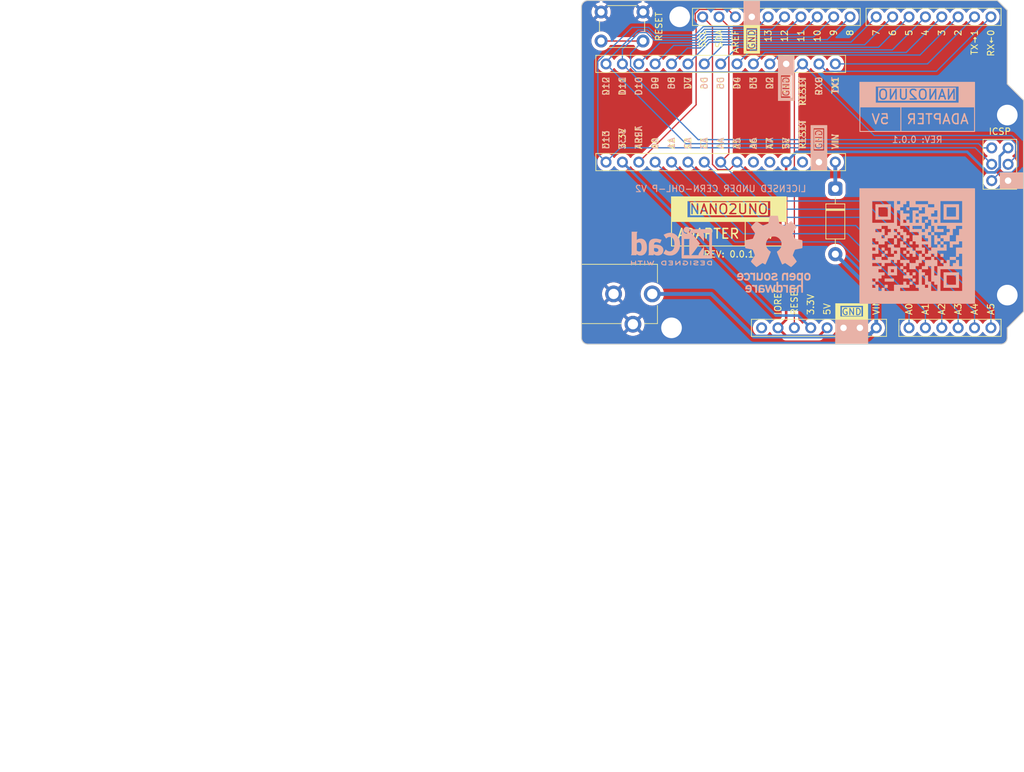
<source format=kicad_pcb>
(kicad_pcb (version 20221018) (generator pcbnew)
  (title_block (title "Nano2UNO Adapter 5V") (date "2023-12-31") (rev "0.0.1") (company "Designer: C. M. Bulliner") (comment 2 "OF MERCHANTABILITY, SATISFACTORY QUALITY AND FITNESS FOR A PARTICULAR PURPOSE.") (comment 3 "This document is distributed WITHOUT ANY EXPRESS OR IMPLIED WARRANTY, INCLUDING") (comment 4 "© 2023 C. M. Bulliner. Released under the CERN-OHL-P v2 license."))
  (layers (0 "F.Cu" signal) (31 "B.Cu" signal) (34 "B.Paste" user) (35 "F.Paste" user) (36 "B.SilkS" user "B.Silkscreen") (37 "F.SilkS" user "F.Silkscreen") (38 "B.Mask" user) (39 "F.Mask" user) (44 "Edge.Cuts" user))
  (net 0 "")
  (net 1 "GND")
  (net 2 "/D1{slash}TX")
  (net 3 "+5V")
  (net 4 "/D0{slash}RX")
  (net 5 "/A0")
  (net 6 "/A1")
  (net 7 "/A2")
  (net 8 "/A3")
  (net 9 "/D2")
  (net 10 "/D3")
  (net 11 "/D4")
  (net 12 "/D5")
  (net 13 "/AREF")
  (net 14 "/D6")
  (net 15 "/D7")
  (net 16 "/D8")
  (net 17 "/D9")
  (net 18 "/D10")
  (net 19 "/D11{slash}COPI")
  (net 20 "/D12{slash}CIPO")
  (net 21 "/D13{slash}SCK")
  (net 22 "/A4{slash}SDA")
  (net 23 "/A5{slash}SCL")
  (net 24 "+3V3")
  (net 25 "/~{RESET}")
  (net 27 "Net-(D1-K)")
  (net 28 "/VIN")
  (footprint "Project_Footprints:PinSocket_1x08_P2.54mm_Vertical_UNO_Power" (layer "F.Cu") (at 133.35 132.08 90)
    (fp_text reference "J3")
    (fp_text value "ESW-108-33-L-S" hide)
  )
  (footprint "Project_Footprints:PinSocket_1x06_P2.54mm_Vertical_UNO_Analog" (layer "F.Cu") (at 156.21 132.08 90)
    (fp_text reference "J4")
    (fp_text value "ESW-106-33-L-S" hide)
  )
  (footprint "Project_Footprints:PinSocket_1x10_P2.54mm_Vertical_UNO_Digital_2" (layer "F.Cu") (at 147.066 83.82 -90)
    (fp_text reference "J2")
    (fp_text value "ESW-110-33-L-S" hide)
  )
  (footprint "Project_Footprints:PinSocket_1x08_P2.54mm_Vertical_UNO_Digital_1" (layer "F.Cu") (at 168.91 83.82 -90)
    (fp_text reference "J1")
    (fp_text value "ESW-108-33-L-S" hide)
  )
  (footprint "Project_Footprints:D_DO-41_SOD81_P10.16mm_Horizontal" (layer "F.Cu") (at 144.78 110.49 -90)
    (fp_text reference "D1")
    (fp_text value "SB260S-E3/54" hide)
  )
  (footprint "Project_Footprints:MountingHole_3.2mm" (layer "F.Cu") (at 120.65 83.82)
    (fp_text reference "MH1" hide)
    (fp_text value "MountingHole_3.2mm" hide)
  )
  (footprint "Project_Footprints:PinHeader_2x03_P2.54mm_Vertical_UNO_ICSP" (layer "F.Cu") (at 169.032 104.155)
    (fp_text reference "J7")
    (fp_text value "TSW-103-15-L-D" hide)
  )
  (footprint "Project_Footprints:BarrelJack_CUI_PJ-102A_Horizontal" (layer "F.Cu") (at 117.094 131.318 -90)
    (fp_text reference "J8")
    (fp_text value "PJ-102A" hide)
  )
  (footprint "Project_Footprints:PinSocket_1x15_P2.54mm_Vertical_Nano_1" (layer "F.Cu") (at 144.78 91.12 -90)
    (fp_text reference "J5")
    (fp_text value "PPPC151LFBN-RC" hide)
  )
  (footprint "Project_Footprints:PinSocket_1x15_P2.54mm_Vertical_Nano_2" (layer "F.Cu") (at 109.22 106.36 90)
    (fp_text reference "J6")
    (fp_text value "PPPC151LFBN-RC" hide)
  )
  (footprint "Project_Footprints:SW_PUSH_6mm_Reset" (layer "F.Cu") (at 111.71 85.32)
    (fp_text reference "SW1")
    (fp_text value "1825910-6" hide)
  )
  (footprint "Project_Footprints:MountingHole_3.2mm" (layer "F.Cu") (at 119.38 132.08)
    (fp_text reference "MH2" hide)
    (fp_text value "MountingHole_3.2mm" hide)
  )
  (footprint "Project_Footprints:MountingHole_3.2mm" (layer "F.Cu") (at 171.45 99.06)
    (fp_text reference "MH3" hide)
    (fp_text value "MountingHole_3.2mm" hide)
  )
  (footprint "Project_Footprints:MountingHole_3.2mm" (layer "F.Cu") (at 171.45 127)
    (fp_text reference "MH4" hide)
    (fp_text value "MountingHole_3.2mm" hide)
  )
  (footprint "Symbol:OSHW-Logo_11.4x12mm_SilkScreen" (layer "B.Cu") (at 135.255 120.65 180)
    (fp_text reference "REF**" hide)
    (fp_text value "OSHW-Logo_11.4x12mm_SilkScreen" hide)
  )
  (footprint "Symbol:KiCad-Logo2_5mm_SilkScreen" (layer "B.Cu") (at 119.38 119.38 180)
    (fp_text reference "REF**" hide)
    (fp_text value "KiCad-Logo2_5mm_SilkScreen" hide)
  )
  (gr_poly (pts (xy 155.317571 120.58135) (xy 155.798112 120.58135) (xy 155.798112 120.100808) (xy 155.317571 120.100808)) (fill solid) (layer "B.SilkS"))
  (gr_poly (pts (xy 154.837031 122.022971) (xy 155.317571 122.022971) (xy 155.317571 122.503511) (xy 155.798112 122.503511) (xy 155.798112 122.022971) (xy 156.278653 122.022971) (xy 156.278652 121.54243) (xy 154.837031 121.54243)) (fill solid) (layer "B.SilkS"))
  (gr_poly (pts (xy 156.278653 119.139728) (xy 156.759193 119.139728) (xy 156.759193 118.659187) (xy 156.278653 118.659187)) (fill solid) (layer "B.SilkS"))
  (gr_poly (pts (xy 151.953789 121.06189) (xy 152.434329 121.06189) (xy 152.434329 120.58135) (xy 151.953789 120.58135)) (fill solid) (layer "B.SilkS"))
  (gr_poly (pts (xy 161.564597 115.295404) (xy 163.967299 115.295404) (xy 163.967299 113.373243) (xy 163.486759 113.373243) (xy 163.486759 114.814864) (xy 162.045138 114.814864) (xy 162.045138 113.373243) (xy 163.486759 113.373243) (xy 163.967299 113.373243) (xy 163.967299 112.892702) (xy 161.564597 112.892702)) (fill solid) (layer "B.SilkS"))
  (gr_poly (pts (xy 155.317571 123.464593) (xy 155.798112 123.464593) (xy 155.798112 122.984052) (xy 155.317571 122.984052)) (fill solid) (layer "B.SilkS"))
  (gr_rect (start 148.59 93.98) (end 166.37 101.6) (stroke (width 0.15)) (fill none) (layer "B.SilkS"))
  (gr_poly (pts (xy 152.91487 123.945131) (xy 154.35649 123.945131) (xy 154.35649 122.984051) (xy 153.87595 122.984051) (xy 153.87595 123.464592) (xy 153.39541 123.464592) (xy 153.39541 122.984051) (xy 153.87595 122.984051) (xy 154.35649 122.984051) (xy 154.35649 122.50351) (xy 152.91487 122.50351)) (fill solid) (layer "B.SilkS"))
  (gr_poly (pts (xy 152.434328 125.867293) (xy 152.91487 125.867293) (xy 152.91487 125.386752) (xy 152.434328 125.386752)) (fill solid) (layer "B.SilkS"))
  (gr_poly (pts (xy 155.798112 123.945132) (xy 155.317571 123.945132) (xy 155.317571 124.425674) (xy 156.759193 124.425674) (xy 156.759193 124.906213) (xy 157.239734 124.906213) (xy 157.239734 124.425672) (xy 156.759193 124.425672) (xy 156.759193 123.945132) (xy 156.278653 123.945132) (xy 156.278653 123.464593) (xy 155.798112 123.464593)) (fill solid) (layer "B.SilkS"))
  (gr_line (start 148.59 97.79) (end 166.37 97.79) (stroke (width 0.15)) (layer "B.SilkS"))
  (gr_poly (pts (xy 158.681355 115.775944) (xy 159.161895 115.775944) (xy 159.161895 115.295404) (xy 158.681355 115.295404)) (fill solid) (layer "B.SilkS"))
  (gr_poly (pts (xy 150.992707 115.295404) (xy 153.39541 115.295404) (xy 153.39541 113.373243) (xy 152.91487 113.373243) (xy 152.91487 114.814864) (xy 151.473248 114.814864) (xy 151.473248 113.373243) (xy 152.91487 113.373243) (xy 153.39541 113.373243) (xy 153.39541 112.892702) (xy 150.992707 112.892702)) (fill solid) (layer "B.SilkS"))
  (gr_poly (pts (xy 161.564597 119.620267) (xy 161.084057 119.620267) (xy 161.084057 119.139728) (xy 160.603517 119.139728) (xy 160.603517 119.620267) (xy 159.642435 119.620267) (xy 159.642435 120.100808) (xy 159.161895 120.100808) (xy 159.161895 120.581349) (xy 158.681355 120.581349) (xy 158.681355 121.061889) (xy 159.642436 121.061889) (xy 159.642436 120.581349) (xy 160.122976 120.581349) (xy 160.122976 121.061889) (xy 160.603517 121.061889) (xy 160.603517 120.100808) (xy 162.045138 120.100808) (xy 162.045138 119.139728) (xy 161.564597 119.139728)) (fill solid) (layer "B.SilkS"))
  (gr_poly (pts (xy 159.642436 117.698107) (xy 160.122976 117.698107) (xy 160.122976 117.217566) (xy 159.642436 117.217566)) (fill solid) (layer "B.SilkS"))
  (gr_poly (pts (xy 161.084057 121.061889) (xy 161.564597 121.061889) (xy 161.564597 120.581349) (xy 161.084057 120.581349)) (fill solid) (layer "B.SilkS"))
  (gr_poly (pts (xy 152.434328 124.906214) (xy 153.875949 124.906214) (xy 153.875949 124.425673) (xy 152.434328 124.425673)) (fill solid) (layer "B.SilkS"))
  (gr_poly (pts (xy 162.525678 121.54243) (xy 163.486759 121.54243) (xy 163.486759 121.061889) (xy 162.525678 121.061889)) (fill solid) (layer "B.SilkS"))
  (gr_poly (pts (xy 155.798112 120.100808) (xy 156.278653 120.100808) (xy 156.278653 120.581349) (xy 156.759193 120.581349) (xy 156.759193 121.061889) (xy 157.239734 121.061889) (xy 157.239734 120.100808) (xy 156.759193 120.100808) (xy 156.759193 119.620267) (xy 155.798112 119.620267)) (fill solid) (layer "B.SilkS"))
  (gr_poly (pts (xy 156.278652 125.386753) (xy 156.759193 125.386753) (xy 156.759193 124.906213) (xy 156.278652 124.906213)) (fill solid) (layer "B.SilkS"))
  (gr_poly (pts (xy 154.356491 118.178647) (xy 154.837032 118.178647) (xy 154.837032 117.698107) (xy 154.356491 117.698107)) (fill solid) (layer "B.SilkS"))
  (gr_poly (pts (xy 156.759193 123.945131) (xy 157.239734 123.945131) (xy 157.239734 123.464591) (xy 156.759193 123.464591)) (fill solid) (layer "B.SilkS"))
  (gr_poly (pts (xy 151.953789 120.100808) (xy 152.434329 120.100808) (xy 152.434329 119.620267) (xy 151.953789 119.620267)) (fill solid) (layer "B.SilkS"))
  (gr_poly (pts (xy 161.084057 122.02297) (xy 161.564597 122.02297) (xy 161.564597 121.54243) (xy 161.084057 121.54243)) (fill solid) (layer "B.SilkS"))
  (gr_poly (pts (xy 152.434329 120.58135) (xy 152.91487 120.58135) (xy 152.91487 120.100808) (xy 152.434329 120.100808)) (fill solid) (layer "B.SilkS"))
  (gr_line (start 154.94 101.6) (end 154.94 97.79) (stroke (width 0.15)) (layer "B.SilkS"))
  (gr_poly (pts (xy 161.564597 125.867294) (xy 163.967299 125.867294) (xy 163.967299 123.945132) (xy 163.486759 123.945132) (xy 163.486759 125.386753) (xy 162.045139 125.386753) (xy 162.045139 123.945132) (xy 163.486759 123.945132) (xy 163.967299 123.945132) (xy 163.967299 123.464592) (xy 161.564597 123.464592)) (fill solid) (layer "B.SilkS"))
  (gr_poly (pts (xy 154.837031 122.984052) (xy 155.317571 122.984052) (xy 155.317571 122.503511) (xy 154.837031 122.503511)) (fill solid) (layer "B.SilkS"))
  (gr_poly (pts (xy 155.798112 121.06189) (xy 156.278653 121.06189) (xy 156.278653 120.58135) (xy 155.798112 120.58135)) (fill solid) (layer "B.SilkS"))
  (gr_poly (pts (xy 153.87595 119.139728) (xy 154.356491 119.139728) (xy 154.356491 118.178647) (xy 153.87595 118.178647)) (fill solid) (layer "B.SilkS"))
  (gr_rect (start 148.590005 110.49) (end 166.37 128.269995) (stroke (width 0.15)) (fill none) (layer "B.SilkS"))
  (gr_poly (pts (xy 148.590005 128.269995) (xy 166.370002 128.269995) (xy 166.370002 126.347834) (xy 164.44784 126.347834) (xy 161.084057 126.347834) (xy 161.084057 122.984051) (xy 164.44784 122.984051) (xy 164.44784 126.347834) (xy 166.370002 126.347834) (xy 166.370002 122.50351) (xy 164.44784 122.50351) (xy 163.967299 122.50351) (xy 163.967299 121.54243) (xy 163.486759 121.54243) (xy 163.486759 122.022971) (xy 163.006219 122.022971) (xy 163.006219 122.50351) (xy 162.525678 122.50351) (xy 162.525678 121.54243) (xy 162.045138 121.54243) (xy 162.045138 122.022971) (xy 161.564597 122.022971) (xy 161.564597 122.50351) (xy 160.603517 122.50351) (xy 160.603517 123.945131) (xy 160.122976 123.945131) (xy 160.122976 122.50351) (xy 160.603517 122.50351) (xy 160.603517 121.54243) (xy 160.122976 121.54243) (xy 160.122976 121.061889) (xy 159.642436 121.061889) (xy 159.642436 121.54243) (xy 158.681355 121.54243) (xy 158.681355 121.06189) (xy 158.200814 121.06189) (xy 158.200814 120.58135) (xy 157.720274 120.581349) (xy 157.720274 121.54243) (xy 157.239734 121.54243) (xy 157.239734 122.022973) (xy 156.278652 122.022973) (xy 156.278652 122.984053) (xy 157.239733 122.984053) (xy 157.239733 122.503512) (xy 157.720274 122.503512) (xy 157.720274 122.022972) (xy 158.200814 122.022972) (xy 158.200814 121.542431) (xy 158.681355 121.542431) (xy 158.681355 122.50351) (xy 158.200814 122.50351) (xy 158.200814 122.98405) (xy 159.161896 122.98405) (xy 159.161896 122.503509) (xy 159.642436 122.503509) (xy 159.642436 124.906212) (xy 160.122976 124.906212) (xy 160.122976 125.386752) (xy 160.603517 125.386752) (xy 160.603517 126.347834) (xy 159.642435 126.347834) (xy 159.642435 125.386753) (xy 159.161895 125.386753) (xy 159.161895 125.867294) (xy 158.681355 125.867294) (xy 158.681355 125.386753) (xy 159.161895 125.386753) (xy 159.642435 125.386753) (xy 159.642435 124.906213) (xy 159.161895 124.906213) (xy 159.161895 123.945132) (xy 158.681355 123.945132) (xy 158.681355 125.386753) (xy 158.200814 125.386753) (xy 158.200814 123.945132) (xy 158.681355 123.945132) (xy 158.681355 123.464592) (xy 158.200814 123.464592) (xy 158.200814 122.984051) (xy 157.720274 122.984051) (xy 157.720274 125.386756) (xy 157.239733 125.386756) (xy 157.239733 125.867296) (xy 157.720274 125.867296) (xy 157.720274 126.347838) (xy 154.837029 126.347838) (xy 154.837029 125.867296) (xy 156.27865 125.867296) (xy 156.27865 125.386756) (xy 155.798109 125.386756) (xy 155.798109 124.906216) (xy 155.317568 124.906216) (xy 155.317568 125.386756) (xy 153.875947 125.386756) (xy 153.875947 126.347837) (xy 152.434326 126.347837) (xy 152.434326 125.867296) (xy 151.953786 125.867296) (xy 151.953786 126.347837) (xy 151.473245 126.347837) (xy 151.473245 125.386756) (xy 150.992705 125.386756) (xy 150.992705 125.867296) (xy 150.512164 125.867296) (xy 150.512164 125.386756) (xy 150.992705 125.386756) (xy 150.992705 124.906216) (xy 151.473245 124.906216) (xy 151.473245 124.425675) (xy 150.992705 124.425675) (xy 150.992705 124.906216) (xy 150.512164 124.906216) (xy 150.512164 124.425675) (xy 150.992705 124.425675) (xy 151.473245 124.425675) (xy 151.953786 124.425675) (xy 151.953786 123.945133) (xy 152.434326 123.945133) (xy 152.434326 123.464594) (xy 151.473245 123.464594) (xy 151.473245 122.984053) (xy 151.953786 122.984053) (xy 151.953786 122.503512) (xy 152.434326 122.503512) (xy 152.434326 122.022972) (xy 151.953786 122.022972) (xy 151.953786 122.503512) (xy 150.512165 122.503512) (xy 150.512165 122.022972) (xy 151.953786 122.022972) (xy 152.434326 122.022972) (xy 153.395408 122.022972) (xy 153.395408 121.542431) (xy 153.875948 121.542431) (xy 153.875948 122.022972) (xy 154.356489 122.022972) (xy 154.356489 121.542431) (xy 154.83703 121.542431) (xy 154.83703 120.100808) (xy 154.356491 120.100808) (xy 154.356491 120.58135) (xy 153.87595 120.58135) (xy 153.87595 120.100808) (xy 154.356491 120.100808) (xy 154.83703 120.100808) (xy 154.83703 119.620268) (xy 153.875949 119.620268) (xy 153.875949 119.139728) (xy 152.91487 119.139728) (xy 152.91487 119.620267) (xy 153.39541 119.620267) (xy 153.39541 120.58135) (xy 153.875949 120.58135) (xy 153.875949 121.06189) (xy 152.91487 121.06189) (xy 152.91487 121.542431) (xy 151.953789 121.542431) (xy 151.953789 121.06189) (xy 150.992707 121.06189) (xy 150.992707 121.542431) (xy 150.512167 121.542431) (xy 150.512167 120.58135) (xy 151.473247 120.58135) (xy 151.473247 119.620267) (xy 150.992708 119.620267) (xy 150.992708 120.100808) (xy 150.512168 120.100808) (xy 150.512168 119.620267) (xy 150.992708 119.620267) (xy 151.473247 119.620267) (xy 151.473247 119.139728) (xy 150.512167 119.139728) (xy 150.512167 118.178647) (xy 150.992707 118.178647) (xy 150.992707 118.659187) (xy 151.473248 118.659187) (xy 151.473248 119.139728) (xy 152.434328 119.139728) (xy 152.434328 118.659187) (xy 152.91487 118.659187) (xy 152.91487 118.178646) (xy 153.87595 118.178646) (xy 153.87595 117.698107) (xy 154.356491 117.698107) (xy 154.356491 117.217566) (xy 154.837031 117.217566) (xy 154.837031 117.698107) (xy 155.317571 117.698107) (xy 155.317571 118.659187) (xy 154.837032 118.659187) (xy 154.837032 119.620267) (xy 155.798112 119.620267) (xy 155.798113 119.139728) (xy 155.317572 119.139728) (xy 155.317572 118.659187) (xy 155.798112 118.659187) (xy 155.798112 118.178646) (xy 156.278653 118.178646) (xy 156.278653 117.698107) (xy 155.798112 117.698107) (xy 155.798112 117.217566) (xy 155.317571 117.217566) (xy 155.317571 116.737025) (xy 154.35649 116.737025) (xy 154.35649 117.217566) (xy 153.875949 117.217566) (xy 153.39541 117.217566) (xy 152.91487 117.217566) (xy 152.91487 117.698107) (xy 152.434329 117.698107) (xy 152.434329 118.178646) (xy 151.953789 118.178646) (xy 151.953789 117.698107) (xy 152.434329 117.698107) (xy 152.434329 116.737025) (xy 151.953789 116.737025) (xy 151.953789 117.217566) (xy 150.992708 117.217566) (xy 150.992708 116.737025) (xy 151.953789 116.737025) (xy 151.953789 116.256485) (xy 152.91487 116.256485) (xy 152.91487 116.737025) (xy 153.39541 116.737025) (xy 153.39541 117.217566) (xy 153.875949 117.217566) (xy 153.875949 116.737025) (xy 154.35649 116.737025) (xy 155.317571 116.737025) (xy 154.837031 116.737025) (xy 154.837031 116.256485) (xy 154.35649 116.256485) (xy 154.35649 115.775944) (xy 153.87595 115.775944) (xy 150.512167 115.775944) (xy 150.512167 112.412161) (xy 153.875949 112.412161) (xy 153.87595 115.775944) (xy 154.35649 115.775944) (xy 154.35649 113.853782) (xy 154.837031 113.853782) (xy 154.837031 113.373243) (xy 155.317571 113.373243) (xy 155.317571 112.892702) (xy 155.798112 112.892702) (xy 155.798112 112.412161) (xy 154.837031 112.412161) (xy 154.837031 112.892702) (xy 154.35649 112.892702) (xy 154.35649 112.412161) (xy 154.837031 112.412161) (xy 155.798112 112.412161) (xy 156.278653 112.412161) (xy 156.278652 113.373243) (xy 155.798112 113.373243) (xy 155.798112 113.853782) (xy 156.278653 113.853782) (xy 156.278653 113.373243) (xy 157.720274 113.373243) (xy 157.720274 113.853782) (xy 158.200814 113.853782) (xy 158.200814 113.373243) (xy 158.681355 113.373243) (xy 158.681355 114.334323) (xy 157.720274 114.334323) (xy 157.720274 114.814864) (xy 157.239734 114.814864) (xy 157.239734 114.334323) (xy 157.720274 114.334323) (xy 157.720274 113.853782) (xy 156.759193 113.853782) (xy 156.759193 115.775944) (xy 156.278653 115.775944) (xy 156.278653 115.295404) (xy 155.798112 115.295404) (xy 155.798112 115.775944) (xy 155.317571 115.775944) (xy 155.317571 115.295404) (xy 155.798112 115.295404) (xy 155.798112 114.814864) (xy 156.278653 114.814864) (xy 156.278653 114.334323) (xy 155.317572 114.334323) (xy 155.317572 113.853782) (xy 154.837032 113.853782) (xy 154.837032 116.256486) (xy 156.278653 116.256486) (xy 156.278653 117.217566) (xy 157.720274 117.217566) (xy 157.720274 117.698107) (xy 156.759193 117.698107) (xy 156.759193 118.659187) (xy 157.239734 118.659187) (xy 157.239734 119.139728) (xy 157.720274 119.139728) (xy 157.720274 119.620267) (xy 157.239734 119.620267) (xy 157.239734 120.100808) (xy 158.200814 120.100808) (xy 158.200814 120.581349) (xy 158.681355 120.581349) (xy 158.681355 119.620267) (xy 158.200814 119.620267) (xy 158.200814 119.139728) (xy 159.161895 119.139728) (xy 159.161895 119.620267) (xy 159.642435 119.620267) (xy 159.642435 118.659187) (xy 159.161895 118.659187) (xy 158.200814 118.659187) (xy 158.200814 117.698107) (xy 158.681355 117.698107) (xy 158.681355 118.178647) (xy 159.161895 118.178647) (xy 159.161895 118.659187) (xy 159.642435 118.659187) (xy 159.642435 117.698107) (xy 159.161895 117.698107) (xy 159.161895 117.217566) (xy 159.642435 117.217566) (xy 159.642435 116.256486) (xy 159.161895 116.256486) (xy 159.161895 116.737025) (xy 158.681355 116.737025) (xy 158.681355 117.217566) (xy 158.200814 117.217566) (xy 158.200814 116.737025) (xy 158.681355 116.737025) (xy 158.681355 116.256486) (xy 158.200814 116.256486) (xy 158.200814 116.737025) (xy 156.759193 116.737025) (xy 156.759193 116.256486) (xy 158.200814 116.256486) (xy 158.681355 116.256486) (xy 158.681355 115.775944) (xy 158.200814 115.775944) (xy 158.200814 115.295404) (xy 157.720275 115.295404) (xy 157.720274 115.775944) (xy 157.239734 115.775944) (xy 157.239734 115.295404) (xy 157.720275 115.295404) (xy 158.200814 115.295404) (xy 158.200814 114.814864) (xy 159.161896 114.814864) (xy 159.161896 115.295404) (xy 159.642436 115.295404) (xy 159.642436 116.256486) (xy 160.122976 116.256486) (xy 160.122976 117.217566) (xy 161.564597 117.217566) (xy 161.564597 116.737025) (xy 160.603517 116.737025) (xy 160.603517 116.256486) (xy 162.045138 116.256486) (xy 162.045138 116.737025) (xy 162.525678 116.737025) (xy 162.525678 117.217566) (xy 162.045138 117.217566) (xy 162.045138 117.698107) (xy 161.084057 117.698107) (xy 161.084057 118.178646) (xy 160.603517 118.178646) (xy 160.603517 117.698107) (xy 160.122976 117.698107) (xy 160.122976 119.139728) (xy 160.603517 119.139728) (xy 160.603517 118.659187) (xy 161.084057 118.659187) (xy 161.084057 119.139728) (xy 161.564597 119.139728) (xy 161.564597 118.659187) (xy 162.525678 118.659187) (xy 162.525678 119.620267) (xy 163.006219 119.620267) (xy 163.006219 119.139728) (xy 163.967299 119.139728) (xy 163.967299 118.659187) (xy 164.44784 118.659187) (xy 164.44784 119.620267) (xy 163.486759 119.620267) (xy 163.486759 121.061889) (xy 163.967299 121.061889) (xy 163.967299 120.581349) (xy 164.44784 120.581349) (xy 164.44784 122.50351) (xy 166.370002 122.50351) (xy 166.370002 116.256486) (xy 164.44784 116.256486) (xy 164.44784 116.737025) (xy 163.967299 116.737025) (xy 163.967299 117.698107) (xy 163.486759 117.698107) (xy 163.486759 118.659187) (xy 162.525678 118.659187) (xy 162.525678 118.178647) (xy 161.564597 118.178647) (xy 161.564597 118.659187) (xy 161.084057 118.659187) (xy 161.084057 118.178647) (xy 161.564597 118.178647) (xy 162.525678 118.178647) (xy 162.525678 117.698107) (xy 163.006219 117.698107) (xy 163.006219 116.737025) (xy 163.486759 116.737025) (xy 163.486759 116.256486) (xy 164.44784 116.256486) (xy 166.370002 116.256486) (xy 166.370002 115.775944) (xy 164.44784 115.775944) (xy 161.084057 115.775944) (xy 161.084057 115.295404) (xy 160.603517 115.295404) (xy 160.603517 115.775944) (xy 160.122976 115.775944) (xy 160.122976 115.295404) (xy 160.603517 115.295404) (xy 161.084057 115.295404) (xy 161.084057 113.853782) (xy 160.603517 113.853782) (xy 160.603517 114.814864) (xy 159.642436 114.814864) (xy 159.642436 114.334323) (xy 160.122976 114.334323) (xy 160.122976 113.853782) (xy 160.603517 113.853782) (xy 161.084057 113.853782) (xy 161.084057 112.892702) (xy 160.122976 112.892702) (xy 160.122976 113.373243) (xy 159.161895 113.373243) (xy 159.161895 112.892702) (xy 160.122976 112.892702) (xy 161.084057 112.892702) (xy 161.084057 112.412161) (xy 159.161895 112.412161) (xy 159.161895 112.892702) (xy 157.239734 112.892702) (xy 157.239734 112.412161) (xy 159.161895 112.412161) (xy 161.084057 112.412161) (xy 164.44784 112.412161) (xy 164.44784 115.775944) (xy 166.370002 115.775944) (xy 166.370002 110.49) (xy 148.590005 110.49)) (fill solid) (layer "B.SilkS"))
  (gr_rect (start 119.38 111.76) (end 137.16 119.38) (stroke (width 0.15)) (fill none) (layer "F.SilkS"))
  (gr_line (start 130.81 115.57) (end 130.81 119.38) (stroke (width 0.15)) (layer "F.SilkS"))
  (gr_line (start 119.38 115.57) (end 137.16 115.57) (stroke (width 0.15)) (layer "F.SilkS"))
  (gr_line (start 171.45 94.234) (end 173.99 96.774) (stroke (width 0.15)) (layer "Edge.Cuts"))
  (gr_line (start 105.41 133.62) (end 105.41 82.28) (stroke (width 0.15)) (layer "Edge.Cuts"))
  (gr_line (start 173.99 96.774) (end 173.99 129.54) (stroke (width 0.15)) (layer "Edge.Cuts"))
  (gr_line (start 170.45 134.62) (end 106.41 134.62) (stroke (width 0.15)) (layer "Edge.Cuts"))
  (gr_line (start 106.41 81.28) (end 169.926 81.28) (stroke (width 0.15)) (layer "Edge.Cuts"))
  (gr_arc (start 106.41 134.62) (mid 105.702894 134.327107) (end 105.41 133.62) (stroke (width 0.15)) (layer "Edge.Cuts"))
  (gr_line (start 173.99 129.54) (end 171.45 132.08) (stroke (width 0.15)) (layer "Edge.Cuts"))
  (gr_line (start 169.926 81.28) (end 171.45 82.804) (stroke (width 0.15)) (layer "Edge.Cuts"))
  (gr_arc (start 171.45 133.62) (mid 171.157107 134.327106) (end 170.45 134.62) (stroke (width 0.15)) (layer "Edge.Cuts"))
  (gr_line (start 171.45 82.804) (end 171.45 94.234) (stroke (width 0.15)) (layer "Edge.Cuts"))
  (gr_line (start 171.45 132.08) (end 171.45 133.62) (stroke (width 0.15)) (layer "Edge.Cuts"))
  (gr_arc (start 105.41 82.28) (mid 105.702893 81.572894) (end 106.41 81.28) (stroke (width 0.15)) (layer "Edge.Cuts"))
  (gr_text "LICENSED UNDER CERN-OHL-P V2" (at 127 110.49) (layer "B.SilkS") (effects (font (size 1 1)) (justify mirror)))
  (gr_text "5V" (at 151.765 99.695) (layer "B.SilkS") (effects (font (size 1.5 1.5) (thickness 0.225)) (justify mirror)))
  (gr_text "REV: ${REVISION}" (at 157.48 102.87) (layer "B.SilkS") (effects (font (size 1 1)) (justify mirror)))
  (gr_text "ADAPTER" (at 160.655 99.695) (layer "B.SilkS") (effects (font (size 1.5 1.5) (thickness 0.225)) (justify mirror)))
  (gr_text "NANO2UNO" (at 157.48 95.885) (layer "B.SilkS" knockout) (effects (font (size 1.5 1.5) (thickness 0.225)) (justify mirror)))
  (gr_text "ADAPTER" (at 125.095 117.475) (layer "F.SilkS") (effects (font (size 1.5 1.5) (thickness 0.225))))
  (gr_text "REV: ${REVISION}" (at 128.27 120.65) (layer "F.SilkS") (effects (font (size 1 1))))
  (gr_text "NANO2UNO" (at 128.27 113.665) (layer "F.SilkS" knockout) (effects (font (size 1.5 1.5) (thickness 0.225))))
  (gr_text "5V" (at 133.985 117.475) (layer "F.SilkS") (effects (font (size 1.5 1.5) (thickness 0.225))))
  (segment (start 144.78 91.12) (end 159.07 91.12) (width 0.2) (layer "B.Cu") (net 2))
  (segment (start 159.07 91.12) (end 166.37 83.82) (width 0.2) (layer "B.Cu") (net 2))
  (segment (start 137.14 133.33) (end 135.89 132.08) (width 0.4) (layer "F.Cu") (net 3))
  (segment (start 143.51 132.08) (end 142.26 133.33) (width 0.4) (layer "F.Cu") (net 3))
  (segment (start 137.16 106.36) (end 137.16 130.81) (width 0.4) (layer "F.Cu") (net 3))
  (segment (start 137.16 130.81) (end 135.89 132.08) (width 0.4) (layer "F.Cu") (net 3))
  (segment (start 142.26 133.33) (end 137.14 133.33) (width 0.4) (layer "F.Cu") (net 3))
  (segment (start 169.544767 107.95) (end 168.397117 107.95) (width 0.4) (layer "B.Cu") (net 3))
  (segment (start 168.397117 107.95) (end 165.222117 104.775) (width 0.4) (layer "B.Cu") (net 3))
  (segment (start 138.745 104.775) (end 137.16 106.36) (width 0.4) (layer "B.Cu") (net 3))
  (segment (start 165.222117 104.775) (end 138.745 104.775) (width 0.4) (layer "B.Cu") (net 3))
  (segment (start 171.572 104.155) (end 170.282 105.445) (width 0.4) (layer "B.Cu") (net 3))
  (segment (start 170.282 105.445) (end 170.282 107.212767) (width 0.4) (layer "B.Cu") (net 3))
  (segment (start 170.282 107.212767) (end 169.544767 107.95) (width 0.4) (layer "B.Cu") (net 3))
  (segment (start 142.24 91.12) (end 143.39 92.27) (width 0.2) (layer "B.Cu") (net 4))
  (segment (start 160.46 92.27) (end 168.91 83.82) (width 0.2) (layer "B.Cu") (net 4))
  (segment (start 143.39 92.27) (end 160.46 92.27) (width 0.2) (layer "B.Cu") (net 4))
  (segment (start 145.415 118.745) (end 129.225 118.745) (width 0.2) (layer "B.Cu") (net 5))
  (segment (start 156.21 132.08) (end 156.21 129.54) (width 0.2) (layer "B.Cu") (net 5))
  (segment (start 156.21 129.54) (end 145.415 118.745) (width 0.2) (layer "B.Cu") (net 5))
  (segment (start 129.225 118.745) (end 116.84 106.36) (width 0.2) (layer "B.Cu") (net 5))
  (segment (start 130.495 117.475) (end 119.38 106.36) (width 0.2) (layer "B.Cu") (net 6))
  (segment (start 146.685 117.475) (end 130.495 117.475) (width 0.2) (layer "B.Cu") (net 6))
  (segment (start 158.75 129.54) (end 146.685 117.475) (width 0.2) (layer "B.Cu") (net 6))
  (segment (start 158.75 132.08) (end 158.75 129.54) (width 0.2) (layer "B.Cu") (net 6))
  (segment (start 161.29 129.54) (end 147.955 116.205) (width 0.2) (layer "B.Cu") (net 7))
  (segment (start 161.29 132.08) (end 161.29 129.54) (width 0.2) (layer "B.Cu") (net 7))
  (segment (start 147.955 116.205) (end 131.765 116.205) (width 0.2) (layer "B.Cu") (net 7))
  (segment (start 131.765 116.205) (end 121.92 106.36) (width 0.2) (layer "B.Cu") (net 7))
  (segment (start 133.035 114.935) (end 124.46 106.36) (width 0.2) (layer "B.Cu") (net 8))
  (segment (start 163.83 132.08) (end 163.83 129.54) (width 0.2) (layer "B.Cu") (net 8))
  (segment (start 163.83 129.54) (end 149.225 114.935) (width 0.2) (layer "B.Cu") (net 8))
  (segment (start 149.225 114.935) (end 133.035 114.935) (width 0.2) (layer "B.Cu") (net 8))
  (segment (start 157.906 89.744) (end 135.996 89.744) (width 0.2) (layer "B.Cu") (net 9))
  (segment (start 135.996 89.744) (end 134.62 91.12) (width 0.2) (layer "B.Cu") (net 9))
  (segment (start 163.83 83.82) (end 157.906 89.744) (width 0.2) (layer "B.Cu") (net 9))
  (segment (start 155.766 89.344) (end 133.856 89.344) (width 0.2) (layer "B.Cu") (net 10))
  (segment (start 133.856 89.344) (end 132.08 91.12) (width 0.2) (layer "B.Cu") (net 10))
  (segment (start 161.29 83.82) (end 155.766 89.344) (width 0.2) (layer "B.Cu") (net 10))
  (segment (start 131.716 88.944) (end 129.54 91.12) (width 0.2) (layer "B.Cu") (net 11))
  (segment (start 153.626 88.944) (end 131.716 88.944) (width 0.2) (layer "B.Cu") (net 11))
  (segment (start 158.75 83.82) (end 153.626 88.944) (width 0.2) (layer "B.Cu") (net 11))
  (segment (start 129.576 88.544) (end 127 91.12) (width 0.2) (layer "B.Cu") (net 12))
  (segment (start 151.486 88.544) (end 129.576 88.544) (width 0.2) (layer "B.Cu") (net 12))
  (segment (start 156.21 83.82) (end 151.486 88.544) (width 0.2) (layer "B.Cu") (net 12))
  (segment (start 128.136 82.67) (end 129.286 83.82) (width 0.2) (layer "F.Cu") (net 13))
  (segment (start 123.19 97.47) (end 123.19 84.430346) (width 0.2) (layer "F.Cu") (net 13))
  (segment (start 123.056 84.296346) (end 123.056 83.319) (width 0.2) (layer "F.Cu") (net 13))
  (segment (start 123.705 82.67) (end 128.136 82.67) (width 0.2) (layer "F.Cu") (net 13))
  (segment (start 123.19 84.430346) (end 123.056 84.296346) (width 0.2) (layer "F.Cu") (net 13))
  (segment (start 123.19 97.47) (end 114.3 106.36) (width 0.2) (layer "F.Cu") (net 13))
  (segment (start 123.056 83.319) (end 123.705 82.67) (width 0.2) (layer "F.Cu") (net 13))
  (segment (start 153.67 83.82) (end 149.346 88.144) (width 0.2) (layer "B.Cu") (net 14))
  (segment (start 127.436 88.144) (end 124.46 91.12) (width 0.2) (layer "B.Cu") (net 14))
  (segment (start 149.346 88.144) (end 127.436 88.144) (width 0.2) (layer "B.Cu") (net 14))
  (segment (start 151.13 83.82) (end 147.206 87.744) (width 0.2) (layer "B.Cu") (net 15))
  (segment (start 125.296 87.744) (end 121.92 91.12) (width 0.2) (layer "B.Cu") (net 15))
  (segment (start 147.206 87.744) (end 125.296 87.744) (width 0.2) (layer "B.Cu") (net 15))
  (segment (start 147.066 83.82) (end 143.542 87.344) (width 0.2) (layer "B.Cu") (net 16))
  (segment (start 121.8478 88.6522) (end 119.38 91.12) (width 0.2) (layer "B.Cu") (net 16))
  (segment (start 125.130311 87.344) (end 123.822111 88.6522) (width 0.2) (layer "B.Cu") (net 16))
  (segment (start 123.822111 88.6522) (end 121.8478 88.6522) (width 0.2) (layer "B.Cu") (net 16))
  (segment (start 143.542 87.344) (end 125.130311 87.344) (width 0.2) (layer "B.Cu") (net 16))
  (segment (start 124.964626 86.944) (end 123.656426 88.2522) (width 0.2) (layer "B.Cu") (net 17))
  (segment (start 141.402 86.944) (end 124.964626 86.944) (width 0.2) (layer "B.Cu") (net 17))
  (segment (start 144.526 83.82) (end 141.402 86.944) (width 0.2) (layer "B.Cu") (net 17))
  (segment (start 119.7078 88.2522) (end 116.84 91.12) (width 0.2) (layer "B.Cu") (net 17))
  (segment (start 123.656426 88.2522) (end 119.7078 88.2522) (width 0.2) (layer "B.Cu") (net 17))
  (segment (start 124.798941 86.544) (end 123.490741 87.8522) (width 0.2) (layer "B.Cu") (net 18))
  (segment (start 117.5678 87.8522) (end 114.3 91.12) (width 0.2) (layer "B.Cu") (net 18))
  (segment (start 141.986 83.82) (end 139.262 86.544) (width 0.2) (layer "B.Cu") (net 18))
  (segment (start 123.490741 87.8522) (end 117.5678 87.8522) (width 0.2) (layer "B.Cu") (net 18))
  (segment (start 139.262 86.544) (end 124.798941 86.544) (width 0.2) (layer "B.Cu") (net 18))
  (segment (start 124.633256 86.144) (end 123.325056 87.4522) (width 0.2) (layer "B.Cu") (net 19))
  (segment (start 116.680678 87.4522) (end 115.486878 86.2584) (width 0.2) (layer "B.Cu") (net 19))
  (segment (start 172.722 105.545) (end 172.722 103.5324) (width 0.2) (layer "B.Cu") (net 19))
  (segment (start 171.572 106.695) (end 172.722 105.545) (width 0.2) (layer "B.Cu") (net 19))
  (segment (start 172.722 103.5324) (end 172.0596 102.87) (width 0.2) (layer "B.Cu") (net 19))
  (segment (start 123.325056 87.4522) (end 116.680678 87.4522) (width 0.2) (layer "B.Cu") (net 19))
  (segment (start 111.76 88.8492) (end 111.76 91.12) (width 0.2) (layer "B.Cu") (net 19))
  (segment (start 172.0596 102.87) (end 123.51 102.87) (width 0.2) (layer "B.Cu") (net 19))
  (segment (start 139.446 83.82) (end 137.122 86.144) (width 0.2) (layer "B.Cu") (net 19))
  (segment (start 137.122 86.144) (end 124.633256 86.144) (width 0.2) (layer "B.Cu") (net 19))
  (segment (start 115.486878 86.2584) (end 114.3508 86.2584) (width 0.2) (layer "B.Cu") (net 19))
  (segment (start 114.3508 86.2584) (end 111.76 88.8492) (width 0.2) (layer "B.Cu") (net 19))
  (segment (start 123.51 102.87) (end 111.76 91.12) (width 0.2) (layer "B.Cu") (net 19))
  (segment (start 134.982 85.744) (end 124.46757 85.744) (width 0.2) (layer "B.Cu") (net 20))
  (segment (start 124.46757 85.744) (end 123.15937 87.0522) (width 0.2) (layer "B.Cu") (net 20))
  (segment (start 167.005 103.505) (end 121.605 103.505) (width 0.2) (layer "B.Cu") (net 20))
  (segment (start 109.22 90.823514) (end 109.22 91.12) (width 0.2) (layer "B.Cu") (net 20))
  (segment (start 115.652563 85.8584) (end 114.185114 85.8584) (width 0.2) (layer "B.Cu") (net 20))
  (segment (start 123.15937 87.0522) (end 116.846363 87.0522) (width 0.2) (layer "B.Cu") (net 20))
  (segment (start 121.605 103.505) (end 109.22 91.12) (width 0.2) (layer "B.Cu") (net 20))
  (segment (start 116.846363 87.0522) (end 115.652563 85.8584) (width 0.2) (layer "B.Cu") (net 20))
  (segment (start 167.655 104.155) (end 167.005 103.505) (width 0.2) (layer "B.Cu") (net 20))
  (segment (start 114.185114 85.8584) (end 109.22 90.823514) (width 0.2) (layer "B.Cu") (net 20))
  (segment (start 169.032 104.155) (end 167.655 104.155) (width 0.2) (layer "B.Cu") (net 20))
  (segment (start 136.906 83.82) (end 134.982 85.744) (width 0.2) (layer "B.Cu") (net 20))
  (segment (start 109.22 106.36) (end 111.44 104.14) (width 0.2) (layer "B.Cu") (net 21))
  (segment (start 124.301884 85.344) (end 122.993684 86.6522) (width 0.2) (layer "B.Cu") (net 21))
  (segment (start 107.95 90.763654) (end 107.95 105.09) (width 0.2) (layer "B.Cu") (net 21))
  (segment (start 117.012048 86.6522) (end 115.818248 85.4584) (width 0.2) (layer "B.Cu") (net 21))
  (segment (start 132.842 85.344) (end 124.301884 85.344) (width 0.2) (layer "B.Cu") (net 21))
  (segment (start 122.993684 86.6522) (end 117.012048 86.6522) (width 0.2) (layer "B.Cu") (net 21))
  (segment (start 111.44 104.14) (end 166.477 104.14) (width 0.2) (layer "B.Cu") (net 21))
  (segment (start 115.818248 85.4584) (end 113.255254 85.4584) (width 0.2) (layer "B.Cu") (net 21))
  (segment (start 134.366 83.82) (end 132.842 85.344) (width 0.2) (layer "B.Cu") (net 21))
  (segment (start 166.477 104.14) (end 169.032 106.695) (width 0.2) (layer "B.Cu") (net 21))
  (segment (start 113.255254 85.4584) (end 107.95 90.763654) (width 0.2) (layer "B.Cu") (net 21))
  (segment (start 107.95 105.09) (end 109.22 106.36) (width 0.2) (layer "B.Cu") (net 21))
  (segment (start 128.27 85.344) (end 128.27 105.09) (width 0.2) (layer "F.Cu") (net 22))
  (segment (start 126.746 83.82) (end 128.27 85.344) (width 0.2) (layer "F.Cu") (net 22))
  (segment (start 128.27 105.09) (end 127 106.36) (width 0.2) (layer "F.Cu") (net 22))
  (segment (start 166.37 132.08) (end 166.37 129.54) (width 0.2) (layer "B.Cu") (net 22))
  (segment (start 166.37 129.54) (end 150.495 113.665) (width 0.2) (layer "B.Cu") (net 22))
  (segment (start 134.305 113.665) (end 127 106.36) (width 0.2) (layer "B.Cu") (net 22))
  (segment (start 150.495 113.665) (end 134.305 113.665) (width 0.2) (layer "B.Cu") (net 22))
  (segment (start 128.3818 107.5182) (end 129.54 106.36) (width 0.2) (layer "F.Cu") (net 23))
  (segment (start 125.73 85.344) (end 125.73 106.716346) (width 0.2) (layer "F.Cu") (net 23))
  (segment (start 124.206 83.82) (end 125.73 85.344) (width 0.2) (layer "F.Cu") (net 23))
  (segment (start 126.531854 107.5182) (end 128.3818 107.5182) (width 0.2) (layer "F.Cu") (net 23))
  (segment (start 125.73 106.716346) (end 126.531854 107.5182) (width 0.2) (layer "F.Cu") (net 23))
  (segment (start 135.575 112.395) (end 129.54 106.36) (width 0.2) (layer "B.Cu") (net 23))
  (segment (start 151.765 112.395) (end 135.575 112.395) (width 0.2) (layer "B.Cu") (net 23))
  (segment (start 168.91 129.54) (end 151.765 112.395) (width 0.2) (layer "B.Cu") (net 23))
  (segment (start 168.91 132.08) (end 168.91 129.54) (width 0.2) (layer "B.Cu") (net 23))
  (segment (start 139.065 130.175) (end 140.97 132.08) (width 0.4) (layer "B.Cu") (net 24))
  (segment (start 135.575 130.175) (end 139.065 130.175) (width 0.4) (layer "B.Cu") (net 24))
  (segment (start 111.76 106.36) (end 135.575 130.175) (width 0.4) (layer "B.Cu") (net 24))
  (segment (start 139.7 91.12) (end 138.43 92.39) (width 0.2) (layer "F.Cu") (net 25))
  (segment (start 138.43 92.39) (end 138.43 132.08) (width 0.2) (layer "F.Cu") (net 25))
  (segment (start 108.46 87.57) (end 114.96 87.57) (width 0.2) (layer "F.Cu") (net 25))
  (segment (start 150.815 102.235) (end 139.7 91.12) (width 0.2) (layer "B.Cu") (net 25))
  (segment (start 138.4402 92.3798) (end 139.7 91.12) (width 0.2) (layer "B.Cu") (net 25))
  (segment (start 113.03 91.476346) (end 113.933454 92.3798) (width 0.2) (layer "B.Cu") (net 25))
  (segment (start 113.03 89.5) (end 113.03 91.476346) (width 0.2) (layer "B.Cu") (net 25))
  (segment (start 113.933454 92.3798) (end 138.4402 92.3798) (width 0.2) (layer "B.Cu") (net 25))
  (segment (start 172.1358 102.235) (end 150.815 102.235) (width 0.2) (layer "B.Cu") (net 25))
  (segment (start 173.122 106.9638) (end 173.122 103.2212) (width 0.2) (layer "B.Cu") (net 25))
  (segment (start 170.317 107.95) (end 172.1358 107.95) (width 0.2) (layer "B.Cu") (net 25))
  (segment (start 173.122 103.2212) (end 172.1358 102.235) (width 0.2) (layer "B.Cu") (net 25))
  (segment (start 172.1358 107.95) (end 173.122 106.9638) (width 0.2) (layer "B.Cu") (net 25))
  (segment (start 169.032 109.235) (end 170.317 107.95) (width 0.2) (layer "B.Cu") (net 25))
  (segment (start 114.96 87.57) (end 113.03 89.5) (width 0.2) (layer "B.Cu") (net 25))
  (segment (start 144.78 106.36) (end 144.78 110.49) (width 0.6) (layer "B.Cu") (net 27))
  (segment (start 149.78 133.43) (end 151.13 132.08) (width 0.6) (layer "B.Cu") (net 28))
  (segment (start 125.548 126.818) (end 132.16 133.43) (width 0.6) (layer "B.Cu") (net 28))
  (segment (start 151.13 127) (end 151.13 132.08) (width 0.6) (layer "B.Cu") (net 28))
  (segment (start 116.394 126.818) (end 125.548 126.818) (width 0.6) (layer "B.Cu") (net 28))
  (segment (start 144.78 120.65) (end 151.13 127) (width 0.6) (layer "B.Cu") (net 28))
  (segment (start 132.16 133.43) (end 149.78 133.43) (width 0.6) (layer "B.Cu") (net 28))
  (zone (net 1) (net_name "GND") (layers "F&B.Cu") (connect_pads (clearance 0.508)) (min_thickness 0.25) (fill yes (thermal_gap 0.5) (thermal_bridge_width 0.5))
    (polygon (pts (xy 105.41 134.62) (xy 105.41 81.28) (xy 169.926 81.28) (xy 171.45 82.804) (xy 171.45 94.234) (xy 173.99 96.774) (xy 173.99 129.54) (xy 171.45 132.08) (xy 171.45 134.62)))
  )
  (zone locked (net 0) (net_name "") (layer "B.SilkS") (connect_pads (clearance 0.508)) (min_thickness 0) (fill yes (thermal_gap 0.5) (thermal_bridge_width 0.5))
    (polygon (pts (xy 144.78 130.81) (xy 149.86 130.81) (xy 149.86 134.62) (xy 144.78 134.62)))
  )
  (zone locked (net 0) (net_name "") (layer "B.SilkS") (connect_pads (clearance 0.508)) (min_thickness 0) (fill yes (thermal_gap 0.5) (thermal_bridge_width 0.5))
    (polygon (pts (xy 130.556 85.09) (xy 130.556 81.28) (xy 133.096 81.28) (xy 133.096 85.09)))
  )
  (zone (net 0) (net_name "") (layer "B.SilkS") (connect_pads (clearance 0.508)) (min_thickness 0) (fill yes (thermal_gap 0.5) (thermal_bridge_width 0.5))
    (polygon (pts (xy 166.37 93.98) (xy 148.59 93.98) (xy 148.59 97.79) (xy 166.37 97.79)))
  )
  (zone locked (net 0) (net_name "") (layers "*.SilkS") (connect_pads (clearance 0.508)) (min_thickness 0) (fill yes (thermal_gap 0.5) (thermal_bridge_width 0.5))
    (polygon (pts (xy 173.99 107.965) (xy 170.302 107.965) (xy 170.302 110.505) (xy 173.99 110.505)))
  )
  (zone locked (net 0) (net_name "") (layers "*.SilkS") (connect_pads (clearance 0.508)) (min_thickness 0) (fill yes (thermal_gap 0.5) (thermal_bridge_width 0.5))
    (polygon (pts (xy 140.97 100.645) (xy 143.51 100.645) (xy 143.51 107.63) (xy 140.97 107.63)))
  )
  (zone locked (net 0) (net_name "") (layers "*.SilkS") (connect_pads (clearance 0.508)) (min_thickness 0) (fill yes (thermal_gap 0.5) (thermal_bridge_width 0.5))
    (polygon (pts (xy 135.89 89.85) (xy 135.89 96.835) (xy 138.43 96.835) (xy 138.43 89.85)))
  )
  (zone locked (net 0) (net_name "") (layer "F.SilkS") (connect_pads (clearance 0.508)) (min_thickness 0) (fill yes (thermal_gap 0.5) (thermal_bridge_width 0.5))
    (polygon (pts (xy 144.78 128.27) (xy 149.86 128.27) (xy 149.86 134.62) (xy 144.78 134.62)))
  )
  (zone (net 0) (net_name "") (layer "F.SilkS") (connect_pads (clearance 0.508)) (min_thickness 0) (fill yes (thermal_gap 0.5) (thermal_bridge_width 0.5))
    (polygon (pts (xy 119.38 111.76) (xy 137.16 111.76) (xy 137.16 115.57) (xy 119.38 115.57)))
  )
  (zone locked (net 0) (net_name "") (layer "F.SilkS") (connect_pads (clearance 0.508)) (min_thickness 0) (fill yes (thermal_gap 0.5) (thermal_bridge_width 0.5))
    (polygon (pts (xy 130.556 81.28) (xy 130.556 89.535) (xy 133.096 89.535) (xy 133.096 81.28)))
  )
)
</source>
